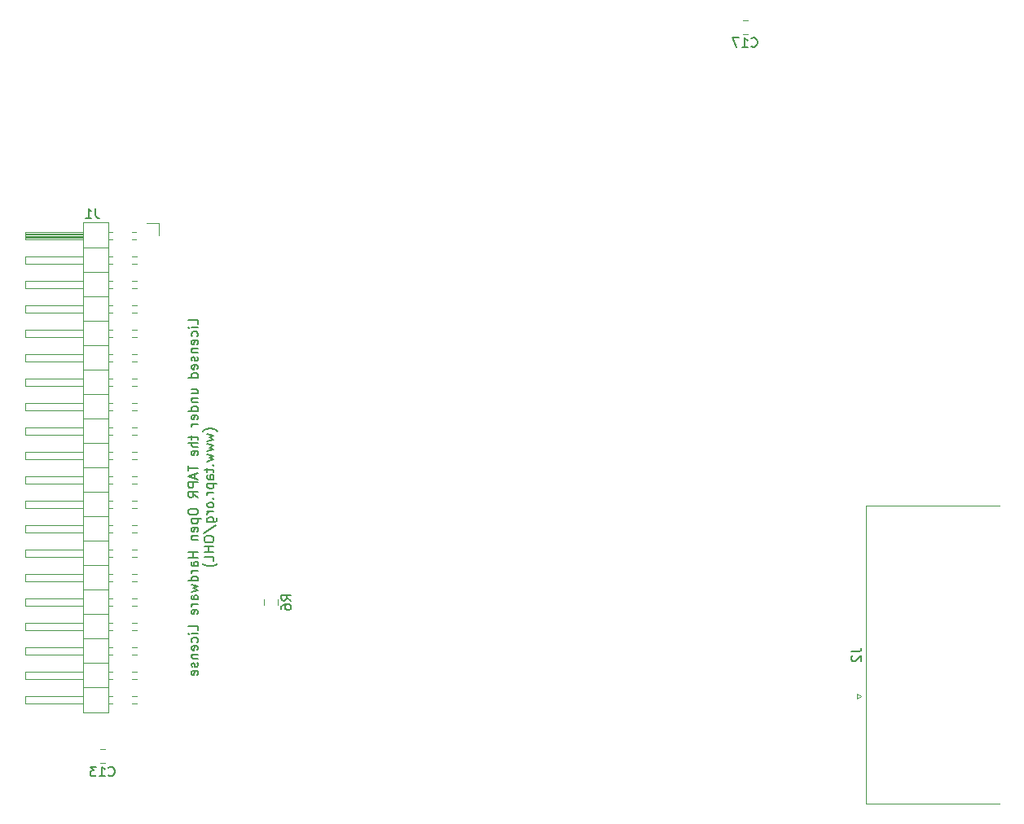
<source format=gbr>
%TF.GenerationSoftware,KiCad,Pcbnew,(5.1.6-0-10_14)*%
%TF.CreationDate,2020-12-19T15:47:54+01:00*%
%TF.ProjectId,vga,7667612e-6b69-4636-9164-5f7063625858,1*%
%TF.SameCoordinates,Original*%
%TF.FileFunction,Legend,Bot*%
%TF.FilePolarity,Positive*%
%FSLAX46Y46*%
G04 Gerber Fmt 4.6, Leading zero omitted, Abs format (unit mm)*
G04 Created by KiCad (PCBNEW (5.1.6-0-10_14)) date 2020-12-19 15:47:54*
%MOMM*%
%LPD*%
G01*
G04 APERTURE LIST*
%ADD10C,0.150000*%
%ADD11C,0.120000*%
G04 APERTURE END LIST*
D10*
X66327380Y-85123809D02*
X66327380Y-84647619D01*
X65327380Y-84647619D01*
X66327380Y-85457142D02*
X65660714Y-85457142D01*
X65327380Y-85457142D02*
X65375000Y-85409523D01*
X65422619Y-85457142D01*
X65375000Y-85504761D01*
X65327380Y-85457142D01*
X65422619Y-85457142D01*
X66279761Y-86361904D02*
X66327380Y-86266666D01*
X66327380Y-86076190D01*
X66279761Y-85980952D01*
X66232142Y-85933333D01*
X66136904Y-85885714D01*
X65851190Y-85885714D01*
X65755952Y-85933333D01*
X65708333Y-85980952D01*
X65660714Y-86076190D01*
X65660714Y-86266666D01*
X65708333Y-86361904D01*
X66279761Y-87171428D02*
X66327380Y-87076190D01*
X66327380Y-86885714D01*
X66279761Y-86790476D01*
X66184523Y-86742857D01*
X65803571Y-86742857D01*
X65708333Y-86790476D01*
X65660714Y-86885714D01*
X65660714Y-87076190D01*
X65708333Y-87171428D01*
X65803571Y-87219047D01*
X65898809Y-87219047D01*
X65994047Y-86742857D01*
X65660714Y-87647619D02*
X66327380Y-87647619D01*
X65755952Y-87647619D02*
X65708333Y-87695238D01*
X65660714Y-87790476D01*
X65660714Y-87933333D01*
X65708333Y-88028571D01*
X65803571Y-88076190D01*
X66327380Y-88076190D01*
X66279761Y-88504761D02*
X66327380Y-88600000D01*
X66327380Y-88790476D01*
X66279761Y-88885714D01*
X66184523Y-88933333D01*
X66136904Y-88933333D01*
X66041666Y-88885714D01*
X65994047Y-88790476D01*
X65994047Y-88647619D01*
X65946428Y-88552380D01*
X65851190Y-88504761D01*
X65803571Y-88504761D01*
X65708333Y-88552380D01*
X65660714Y-88647619D01*
X65660714Y-88790476D01*
X65708333Y-88885714D01*
X66279761Y-89742857D02*
X66327380Y-89647619D01*
X66327380Y-89457142D01*
X66279761Y-89361904D01*
X66184523Y-89314285D01*
X65803571Y-89314285D01*
X65708333Y-89361904D01*
X65660714Y-89457142D01*
X65660714Y-89647619D01*
X65708333Y-89742857D01*
X65803571Y-89790476D01*
X65898809Y-89790476D01*
X65994047Y-89314285D01*
X66327380Y-90647619D02*
X65327380Y-90647619D01*
X66279761Y-90647619D02*
X66327380Y-90552380D01*
X66327380Y-90361904D01*
X66279761Y-90266666D01*
X66232142Y-90219047D01*
X66136904Y-90171428D01*
X65851190Y-90171428D01*
X65755952Y-90219047D01*
X65708333Y-90266666D01*
X65660714Y-90361904D01*
X65660714Y-90552380D01*
X65708333Y-90647619D01*
X65660714Y-92314285D02*
X66327380Y-92314285D01*
X65660714Y-91885714D02*
X66184523Y-91885714D01*
X66279761Y-91933333D01*
X66327380Y-92028571D01*
X66327380Y-92171428D01*
X66279761Y-92266666D01*
X66232142Y-92314285D01*
X65660714Y-92790476D02*
X66327380Y-92790476D01*
X65755952Y-92790476D02*
X65708333Y-92838095D01*
X65660714Y-92933333D01*
X65660714Y-93076190D01*
X65708333Y-93171428D01*
X65803571Y-93219047D01*
X66327380Y-93219047D01*
X66327380Y-94123809D02*
X65327380Y-94123809D01*
X66279761Y-94123809D02*
X66327380Y-94028571D01*
X66327380Y-93838095D01*
X66279761Y-93742857D01*
X66232142Y-93695238D01*
X66136904Y-93647619D01*
X65851190Y-93647619D01*
X65755952Y-93695238D01*
X65708333Y-93742857D01*
X65660714Y-93838095D01*
X65660714Y-94028571D01*
X65708333Y-94123809D01*
X66279761Y-94980952D02*
X66327380Y-94885714D01*
X66327380Y-94695238D01*
X66279761Y-94600000D01*
X66184523Y-94552380D01*
X65803571Y-94552380D01*
X65708333Y-94600000D01*
X65660714Y-94695238D01*
X65660714Y-94885714D01*
X65708333Y-94980952D01*
X65803571Y-95028571D01*
X65898809Y-95028571D01*
X65994047Y-94552380D01*
X66327380Y-95457142D02*
X65660714Y-95457142D01*
X65851190Y-95457142D02*
X65755952Y-95504761D01*
X65708333Y-95552380D01*
X65660714Y-95647619D01*
X65660714Y-95742857D01*
X65660714Y-96695238D02*
X65660714Y-97076190D01*
X65327380Y-96838095D02*
X66184523Y-96838095D01*
X66279761Y-96885714D01*
X66327380Y-96980952D01*
X66327380Y-97076190D01*
X66327380Y-97409523D02*
X65327380Y-97409523D01*
X66327380Y-97838095D02*
X65803571Y-97838095D01*
X65708333Y-97790476D01*
X65660714Y-97695238D01*
X65660714Y-97552380D01*
X65708333Y-97457142D01*
X65755952Y-97409523D01*
X66279761Y-98695238D02*
X66327380Y-98600000D01*
X66327380Y-98409523D01*
X66279761Y-98314285D01*
X66184523Y-98266666D01*
X65803571Y-98266666D01*
X65708333Y-98314285D01*
X65660714Y-98409523D01*
X65660714Y-98600000D01*
X65708333Y-98695238D01*
X65803571Y-98742857D01*
X65898809Y-98742857D01*
X65994047Y-98266666D01*
X65327380Y-99790476D02*
X65327380Y-100361904D01*
X66327380Y-100076190D02*
X65327380Y-100076190D01*
X66041666Y-100647619D02*
X66041666Y-101123809D01*
X66327380Y-100552380D02*
X65327380Y-100885714D01*
X66327380Y-101219047D01*
X66327380Y-101552380D02*
X65327380Y-101552380D01*
X65327380Y-101933333D01*
X65375000Y-102028571D01*
X65422619Y-102076190D01*
X65517857Y-102123809D01*
X65660714Y-102123809D01*
X65755952Y-102076190D01*
X65803571Y-102028571D01*
X65851190Y-101933333D01*
X65851190Y-101552380D01*
X66327380Y-103123809D02*
X65851190Y-102790476D01*
X66327380Y-102552380D02*
X65327380Y-102552380D01*
X65327380Y-102933333D01*
X65375000Y-103028571D01*
X65422619Y-103076190D01*
X65517857Y-103123809D01*
X65660714Y-103123809D01*
X65755952Y-103076190D01*
X65803571Y-103028571D01*
X65851190Y-102933333D01*
X65851190Y-102552380D01*
X65327380Y-104504761D02*
X65327380Y-104695238D01*
X65375000Y-104790476D01*
X65470238Y-104885714D01*
X65660714Y-104933333D01*
X65994047Y-104933333D01*
X66184523Y-104885714D01*
X66279761Y-104790476D01*
X66327380Y-104695238D01*
X66327380Y-104504761D01*
X66279761Y-104409523D01*
X66184523Y-104314285D01*
X65994047Y-104266666D01*
X65660714Y-104266666D01*
X65470238Y-104314285D01*
X65375000Y-104409523D01*
X65327380Y-104504761D01*
X65660714Y-105361904D02*
X66660714Y-105361904D01*
X65708333Y-105361904D02*
X65660714Y-105457142D01*
X65660714Y-105647619D01*
X65708333Y-105742857D01*
X65755952Y-105790476D01*
X65851190Y-105838095D01*
X66136904Y-105838095D01*
X66232142Y-105790476D01*
X66279761Y-105742857D01*
X66327380Y-105647619D01*
X66327380Y-105457142D01*
X66279761Y-105361904D01*
X66279761Y-106647619D02*
X66327380Y-106552380D01*
X66327380Y-106361904D01*
X66279761Y-106266666D01*
X66184523Y-106219047D01*
X65803571Y-106219047D01*
X65708333Y-106266666D01*
X65660714Y-106361904D01*
X65660714Y-106552380D01*
X65708333Y-106647619D01*
X65803571Y-106695238D01*
X65898809Y-106695238D01*
X65994047Y-106219047D01*
X65660714Y-107123809D02*
X66327380Y-107123809D01*
X65755952Y-107123809D02*
X65708333Y-107171428D01*
X65660714Y-107266666D01*
X65660714Y-107409523D01*
X65708333Y-107504761D01*
X65803571Y-107552380D01*
X66327380Y-107552380D01*
X66327380Y-108790476D02*
X65327380Y-108790476D01*
X65803571Y-108790476D02*
X65803571Y-109361904D01*
X66327380Y-109361904D02*
X65327380Y-109361904D01*
X66327380Y-110266666D02*
X65803571Y-110266666D01*
X65708333Y-110219047D01*
X65660714Y-110123809D01*
X65660714Y-109933333D01*
X65708333Y-109838095D01*
X66279761Y-110266666D02*
X66327380Y-110171428D01*
X66327380Y-109933333D01*
X66279761Y-109838095D01*
X66184523Y-109790476D01*
X66089285Y-109790476D01*
X65994047Y-109838095D01*
X65946428Y-109933333D01*
X65946428Y-110171428D01*
X65898809Y-110266666D01*
X66327380Y-110742857D02*
X65660714Y-110742857D01*
X65851190Y-110742857D02*
X65755952Y-110790476D01*
X65708333Y-110838095D01*
X65660714Y-110933333D01*
X65660714Y-111028571D01*
X66327380Y-111790476D02*
X65327380Y-111790476D01*
X66279761Y-111790476D02*
X66327380Y-111695238D01*
X66327380Y-111504761D01*
X66279761Y-111409523D01*
X66232142Y-111361904D01*
X66136904Y-111314285D01*
X65851190Y-111314285D01*
X65755952Y-111361904D01*
X65708333Y-111409523D01*
X65660714Y-111504761D01*
X65660714Y-111695238D01*
X65708333Y-111790476D01*
X65660714Y-112171428D02*
X66327380Y-112361904D01*
X65851190Y-112552380D01*
X66327380Y-112742857D01*
X65660714Y-112933333D01*
X66327380Y-113742857D02*
X65803571Y-113742857D01*
X65708333Y-113695238D01*
X65660714Y-113600000D01*
X65660714Y-113409523D01*
X65708333Y-113314285D01*
X66279761Y-113742857D02*
X66327380Y-113647619D01*
X66327380Y-113409523D01*
X66279761Y-113314285D01*
X66184523Y-113266666D01*
X66089285Y-113266666D01*
X65994047Y-113314285D01*
X65946428Y-113409523D01*
X65946428Y-113647619D01*
X65898809Y-113742857D01*
X66327380Y-114219047D02*
X65660714Y-114219047D01*
X65851190Y-114219047D02*
X65755952Y-114266666D01*
X65708333Y-114314285D01*
X65660714Y-114409523D01*
X65660714Y-114504761D01*
X66279761Y-115219047D02*
X66327380Y-115123809D01*
X66327380Y-114933333D01*
X66279761Y-114838095D01*
X66184523Y-114790476D01*
X65803571Y-114790476D01*
X65708333Y-114838095D01*
X65660714Y-114933333D01*
X65660714Y-115123809D01*
X65708333Y-115219047D01*
X65803571Y-115266666D01*
X65898809Y-115266666D01*
X65994047Y-114790476D01*
X66327380Y-116933333D02*
X66327380Y-116457142D01*
X65327380Y-116457142D01*
X66327380Y-117266666D02*
X65660714Y-117266666D01*
X65327380Y-117266666D02*
X65375000Y-117219047D01*
X65422619Y-117266666D01*
X65375000Y-117314285D01*
X65327380Y-117266666D01*
X65422619Y-117266666D01*
X66279761Y-118171428D02*
X66327380Y-118076190D01*
X66327380Y-117885714D01*
X66279761Y-117790476D01*
X66232142Y-117742857D01*
X66136904Y-117695238D01*
X65851190Y-117695238D01*
X65755952Y-117742857D01*
X65708333Y-117790476D01*
X65660714Y-117885714D01*
X65660714Y-118076190D01*
X65708333Y-118171428D01*
X66279761Y-118980952D02*
X66327380Y-118885714D01*
X66327380Y-118695238D01*
X66279761Y-118600000D01*
X66184523Y-118552380D01*
X65803571Y-118552380D01*
X65708333Y-118600000D01*
X65660714Y-118695238D01*
X65660714Y-118885714D01*
X65708333Y-118980952D01*
X65803571Y-119028571D01*
X65898809Y-119028571D01*
X65994047Y-118552380D01*
X65660714Y-119457142D02*
X66327380Y-119457142D01*
X65755952Y-119457142D02*
X65708333Y-119504761D01*
X65660714Y-119600000D01*
X65660714Y-119742857D01*
X65708333Y-119838095D01*
X65803571Y-119885714D01*
X66327380Y-119885714D01*
X66279761Y-120314285D02*
X66327380Y-120409523D01*
X66327380Y-120600000D01*
X66279761Y-120695238D01*
X66184523Y-120742857D01*
X66136904Y-120742857D01*
X66041666Y-120695238D01*
X65994047Y-120600000D01*
X65994047Y-120457142D01*
X65946428Y-120361904D01*
X65851190Y-120314285D01*
X65803571Y-120314285D01*
X65708333Y-120361904D01*
X65660714Y-120457142D01*
X65660714Y-120600000D01*
X65708333Y-120695238D01*
X66279761Y-121552380D02*
X66327380Y-121457142D01*
X66327380Y-121266666D01*
X66279761Y-121171428D01*
X66184523Y-121123809D01*
X65803571Y-121123809D01*
X65708333Y-121171428D01*
X65660714Y-121266666D01*
X65660714Y-121457142D01*
X65708333Y-121552380D01*
X65803571Y-121600000D01*
X65898809Y-121600000D01*
X65994047Y-121123809D01*
X68358333Y-96219047D02*
X68310714Y-96171428D01*
X68167857Y-96076190D01*
X68072619Y-96028571D01*
X67929761Y-95980952D01*
X67691666Y-95933333D01*
X67501190Y-95933333D01*
X67263095Y-95980952D01*
X67120238Y-96028571D01*
X67025000Y-96076190D01*
X66882142Y-96171428D01*
X66834523Y-96219047D01*
X67310714Y-96504761D02*
X67977380Y-96695238D01*
X67501190Y-96885714D01*
X67977380Y-97076190D01*
X67310714Y-97266666D01*
X67310714Y-97552380D02*
X67977380Y-97742857D01*
X67501190Y-97933333D01*
X67977380Y-98123809D01*
X67310714Y-98314285D01*
X67310714Y-98600000D02*
X67977380Y-98790476D01*
X67501190Y-98980952D01*
X67977380Y-99171428D01*
X67310714Y-99361904D01*
X67882142Y-99742857D02*
X67929761Y-99790476D01*
X67977380Y-99742857D01*
X67929761Y-99695238D01*
X67882142Y-99742857D01*
X67977380Y-99742857D01*
X67310714Y-100076190D02*
X67310714Y-100457142D01*
X66977380Y-100219047D02*
X67834523Y-100219047D01*
X67929761Y-100266666D01*
X67977380Y-100361904D01*
X67977380Y-100457142D01*
X67977380Y-101219047D02*
X67453571Y-101219047D01*
X67358333Y-101171428D01*
X67310714Y-101076190D01*
X67310714Y-100885714D01*
X67358333Y-100790476D01*
X67929761Y-101219047D02*
X67977380Y-101123809D01*
X67977380Y-100885714D01*
X67929761Y-100790476D01*
X67834523Y-100742857D01*
X67739285Y-100742857D01*
X67644047Y-100790476D01*
X67596428Y-100885714D01*
X67596428Y-101123809D01*
X67548809Y-101219047D01*
X67310714Y-101695238D02*
X68310714Y-101695238D01*
X67358333Y-101695238D02*
X67310714Y-101790476D01*
X67310714Y-101980952D01*
X67358333Y-102076190D01*
X67405952Y-102123809D01*
X67501190Y-102171428D01*
X67786904Y-102171428D01*
X67882142Y-102123809D01*
X67929761Y-102076190D01*
X67977380Y-101980952D01*
X67977380Y-101790476D01*
X67929761Y-101695238D01*
X67977380Y-102600000D02*
X67310714Y-102600000D01*
X67501190Y-102600000D02*
X67405952Y-102647619D01*
X67358333Y-102695238D01*
X67310714Y-102790476D01*
X67310714Y-102885714D01*
X67882142Y-103219047D02*
X67929761Y-103266666D01*
X67977380Y-103219047D01*
X67929761Y-103171428D01*
X67882142Y-103219047D01*
X67977380Y-103219047D01*
X67977380Y-103838095D02*
X67929761Y-103742857D01*
X67882142Y-103695238D01*
X67786904Y-103647619D01*
X67501190Y-103647619D01*
X67405952Y-103695238D01*
X67358333Y-103742857D01*
X67310714Y-103838095D01*
X67310714Y-103980952D01*
X67358333Y-104076190D01*
X67405952Y-104123809D01*
X67501190Y-104171428D01*
X67786904Y-104171428D01*
X67882142Y-104123809D01*
X67929761Y-104076190D01*
X67977380Y-103980952D01*
X67977380Y-103838095D01*
X67977380Y-104600000D02*
X67310714Y-104600000D01*
X67501190Y-104600000D02*
X67405952Y-104647619D01*
X67358333Y-104695238D01*
X67310714Y-104790476D01*
X67310714Y-104885714D01*
X67310714Y-105647619D02*
X68120238Y-105647619D01*
X68215476Y-105600000D01*
X68263095Y-105552380D01*
X68310714Y-105457142D01*
X68310714Y-105314285D01*
X68263095Y-105219047D01*
X67929761Y-105647619D02*
X67977380Y-105552380D01*
X67977380Y-105361904D01*
X67929761Y-105266666D01*
X67882142Y-105219047D01*
X67786904Y-105171428D01*
X67501190Y-105171428D01*
X67405952Y-105219047D01*
X67358333Y-105266666D01*
X67310714Y-105361904D01*
X67310714Y-105552380D01*
X67358333Y-105647619D01*
X66929761Y-106838095D02*
X68215476Y-105980952D01*
X66977380Y-107361904D02*
X66977380Y-107552380D01*
X67025000Y-107647619D01*
X67120238Y-107742857D01*
X67310714Y-107790476D01*
X67644047Y-107790476D01*
X67834523Y-107742857D01*
X67929761Y-107647619D01*
X67977380Y-107552380D01*
X67977380Y-107361904D01*
X67929761Y-107266666D01*
X67834523Y-107171428D01*
X67644047Y-107123809D01*
X67310714Y-107123809D01*
X67120238Y-107171428D01*
X67025000Y-107266666D01*
X66977380Y-107361904D01*
X67977380Y-108219047D02*
X66977380Y-108219047D01*
X67453571Y-108219047D02*
X67453571Y-108790476D01*
X67977380Y-108790476D02*
X66977380Y-108790476D01*
X67977380Y-109742857D02*
X67977380Y-109266666D01*
X66977380Y-109266666D01*
X68358333Y-109980952D02*
X68310714Y-110028571D01*
X68167857Y-110123809D01*
X68072619Y-110171428D01*
X67929761Y-110219047D01*
X67691666Y-110266666D01*
X67501190Y-110266666D01*
X67263095Y-110219047D01*
X67120238Y-110171428D01*
X67025000Y-110123809D01*
X66882142Y-110028571D01*
X66834523Y-109980952D01*
D11*
%TO.C,R6*%
X73190000Y-114258578D02*
X73190000Y-113741422D01*
X74610000Y-114258578D02*
X74610000Y-113741422D01*
%TO.C,C13*%
X56141422Y-129290000D02*
X56658578Y-129290000D01*
X56141422Y-130710000D02*
X56658578Y-130710000D01*
%TO.C,C17*%
X122941422Y-54910000D02*
X123458578Y-54910000D01*
X122941422Y-53490000D02*
X123458578Y-53490000D01*
%TO.C,J1*%
X62270000Y-74600000D02*
X61000000Y-74600000D01*
X62270000Y-75870000D02*
X62270000Y-74600000D01*
X59957071Y-124510000D02*
X59502929Y-124510000D01*
X59957071Y-123750000D02*
X59502929Y-123750000D01*
X57417071Y-124510000D02*
X57020000Y-124510000D01*
X57417071Y-123750000D02*
X57020000Y-123750000D01*
X48360000Y-124510000D02*
X54360000Y-124510000D01*
X48360000Y-123750000D02*
X48360000Y-124510000D01*
X54360000Y-123750000D02*
X48360000Y-123750000D01*
X57020000Y-122860000D02*
X54360000Y-122860000D01*
X59957071Y-121970000D02*
X59502929Y-121970000D01*
X59957071Y-121210000D02*
X59502929Y-121210000D01*
X57417071Y-121970000D02*
X57020000Y-121970000D01*
X57417071Y-121210000D02*
X57020000Y-121210000D01*
X48360000Y-121970000D02*
X54360000Y-121970000D01*
X48360000Y-121210000D02*
X48360000Y-121970000D01*
X54360000Y-121210000D02*
X48360000Y-121210000D01*
X57020000Y-120320000D02*
X54360000Y-120320000D01*
X59957071Y-119430000D02*
X59502929Y-119430000D01*
X59957071Y-118670000D02*
X59502929Y-118670000D01*
X57417071Y-119430000D02*
X57020000Y-119430000D01*
X57417071Y-118670000D02*
X57020000Y-118670000D01*
X48360000Y-119430000D02*
X54360000Y-119430000D01*
X48360000Y-118670000D02*
X48360000Y-119430000D01*
X54360000Y-118670000D02*
X48360000Y-118670000D01*
X57020000Y-117780000D02*
X54360000Y-117780000D01*
X59957071Y-116890000D02*
X59502929Y-116890000D01*
X59957071Y-116130000D02*
X59502929Y-116130000D01*
X57417071Y-116890000D02*
X57020000Y-116890000D01*
X57417071Y-116130000D02*
X57020000Y-116130000D01*
X48360000Y-116890000D02*
X54360000Y-116890000D01*
X48360000Y-116130000D02*
X48360000Y-116890000D01*
X54360000Y-116130000D02*
X48360000Y-116130000D01*
X57020000Y-115240000D02*
X54360000Y-115240000D01*
X59957071Y-114350000D02*
X59502929Y-114350000D01*
X59957071Y-113590000D02*
X59502929Y-113590000D01*
X57417071Y-114350000D02*
X57020000Y-114350000D01*
X57417071Y-113590000D02*
X57020000Y-113590000D01*
X48360000Y-114350000D02*
X54360000Y-114350000D01*
X48360000Y-113590000D02*
X48360000Y-114350000D01*
X54360000Y-113590000D02*
X48360000Y-113590000D01*
X57020000Y-112700000D02*
X54360000Y-112700000D01*
X59957071Y-111810000D02*
X59502929Y-111810000D01*
X59957071Y-111050000D02*
X59502929Y-111050000D01*
X57417071Y-111810000D02*
X57020000Y-111810000D01*
X57417071Y-111050000D02*
X57020000Y-111050000D01*
X48360000Y-111810000D02*
X54360000Y-111810000D01*
X48360000Y-111050000D02*
X48360000Y-111810000D01*
X54360000Y-111050000D02*
X48360000Y-111050000D01*
X57020000Y-110160000D02*
X54360000Y-110160000D01*
X59957071Y-109270000D02*
X59502929Y-109270000D01*
X59957071Y-108510000D02*
X59502929Y-108510000D01*
X57417071Y-109270000D02*
X57020000Y-109270000D01*
X57417071Y-108510000D02*
X57020000Y-108510000D01*
X48360000Y-109270000D02*
X54360000Y-109270000D01*
X48360000Y-108510000D02*
X48360000Y-109270000D01*
X54360000Y-108510000D02*
X48360000Y-108510000D01*
X57020000Y-107620000D02*
X54360000Y-107620000D01*
X59957071Y-106730000D02*
X59502929Y-106730000D01*
X59957071Y-105970000D02*
X59502929Y-105970000D01*
X57417071Y-106730000D02*
X57020000Y-106730000D01*
X57417071Y-105970000D02*
X57020000Y-105970000D01*
X48360000Y-106730000D02*
X54360000Y-106730000D01*
X48360000Y-105970000D02*
X48360000Y-106730000D01*
X54360000Y-105970000D02*
X48360000Y-105970000D01*
X57020000Y-105080000D02*
X54360000Y-105080000D01*
X59957071Y-104190000D02*
X59502929Y-104190000D01*
X59957071Y-103430000D02*
X59502929Y-103430000D01*
X57417071Y-104190000D02*
X57020000Y-104190000D01*
X57417071Y-103430000D02*
X57020000Y-103430000D01*
X48360000Y-104190000D02*
X54360000Y-104190000D01*
X48360000Y-103430000D02*
X48360000Y-104190000D01*
X54360000Y-103430000D02*
X48360000Y-103430000D01*
X57020000Y-102540000D02*
X54360000Y-102540000D01*
X59957071Y-101650000D02*
X59502929Y-101650000D01*
X59957071Y-100890000D02*
X59502929Y-100890000D01*
X57417071Y-101650000D02*
X57020000Y-101650000D01*
X57417071Y-100890000D02*
X57020000Y-100890000D01*
X48360000Y-101650000D02*
X54360000Y-101650000D01*
X48360000Y-100890000D02*
X48360000Y-101650000D01*
X54360000Y-100890000D02*
X48360000Y-100890000D01*
X57020000Y-100000000D02*
X54360000Y-100000000D01*
X59957071Y-99110000D02*
X59502929Y-99110000D01*
X59957071Y-98350000D02*
X59502929Y-98350000D01*
X57417071Y-99110000D02*
X57020000Y-99110000D01*
X57417071Y-98350000D02*
X57020000Y-98350000D01*
X48360000Y-99110000D02*
X54360000Y-99110000D01*
X48360000Y-98350000D02*
X48360000Y-99110000D01*
X54360000Y-98350000D02*
X48360000Y-98350000D01*
X57020000Y-97460000D02*
X54360000Y-97460000D01*
X59957071Y-96570000D02*
X59502929Y-96570000D01*
X59957071Y-95810000D02*
X59502929Y-95810000D01*
X57417071Y-96570000D02*
X57020000Y-96570000D01*
X57417071Y-95810000D02*
X57020000Y-95810000D01*
X48360000Y-96570000D02*
X54360000Y-96570000D01*
X48360000Y-95810000D02*
X48360000Y-96570000D01*
X54360000Y-95810000D02*
X48360000Y-95810000D01*
X57020000Y-94920000D02*
X54360000Y-94920000D01*
X59957071Y-94030000D02*
X59502929Y-94030000D01*
X59957071Y-93270000D02*
X59502929Y-93270000D01*
X57417071Y-94030000D02*
X57020000Y-94030000D01*
X57417071Y-93270000D02*
X57020000Y-93270000D01*
X48360000Y-94030000D02*
X54360000Y-94030000D01*
X48360000Y-93270000D02*
X48360000Y-94030000D01*
X54360000Y-93270000D02*
X48360000Y-93270000D01*
X57020000Y-92380000D02*
X54360000Y-92380000D01*
X59957071Y-91490000D02*
X59502929Y-91490000D01*
X59957071Y-90730000D02*
X59502929Y-90730000D01*
X57417071Y-91490000D02*
X57020000Y-91490000D01*
X57417071Y-90730000D02*
X57020000Y-90730000D01*
X48360000Y-91490000D02*
X54360000Y-91490000D01*
X48360000Y-90730000D02*
X48360000Y-91490000D01*
X54360000Y-90730000D02*
X48360000Y-90730000D01*
X57020000Y-89840000D02*
X54360000Y-89840000D01*
X59957071Y-88950000D02*
X59502929Y-88950000D01*
X59957071Y-88190000D02*
X59502929Y-88190000D01*
X57417071Y-88950000D02*
X57020000Y-88950000D01*
X57417071Y-88190000D02*
X57020000Y-88190000D01*
X48360000Y-88950000D02*
X54360000Y-88950000D01*
X48360000Y-88190000D02*
X48360000Y-88950000D01*
X54360000Y-88190000D02*
X48360000Y-88190000D01*
X57020000Y-87300000D02*
X54360000Y-87300000D01*
X59957071Y-86410000D02*
X59502929Y-86410000D01*
X59957071Y-85650000D02*
X59502929Y-85650000D01*
X57417071Y-86410000D02*
X57020000Y-86410000D01*
X57417071Y-85650000D02*
X57020000Y-85650000D01*
X48360000Y-86410000D02*
X54360000Y-86410000D01*
X48360000Y-85650000D02*
X48360000Y-86410000D01*
X54360000Y-85650000D02*
X48360000Y-85650000D01*
X57020000Y-84760000D02*
X54360000Y-84760000D01*
X59957071Y-83870000D02*
X59502929Y-83870000D01*
X59957071Y-83110000D02*
X59502929Y-83110000D01*
X57417071Y-83870000D02*
X57020000Y-83870000D01*
X57417071Y-83110000D02*
X57020000Y-83110000D01*
X48360000Y-83870000D02*
X54360000Y-83870000D01*
X48360000Y-83110000D02*
X48360000Y-83870000D01*
X54360000Y-83110000D02*
X48360000Y-83110000D01*
X57020000Y-82220000D02*
X54360000Y-82220000D01*
X59957071Y-81330000D02*
X59502929Y-81330000D01*
X59957071Y-80570000D02*
X59502929Y-80570000D01*
X57417071Y-81330000D02*
X57020000Y-81330000D01*
X57417071Y-80570000D02*
X57020000Y-80570000D01*
X48360000Y-81330000D02*
X54360000Y-81330000D01*
X48360000Y-80570000D02*
X48360000Y-81330000D01*
X54360000Y-80570000D02*
X48360000Y-80570000D01*
X57020000Y-79680000D02*
X54360000Y-79680000D01*
X59957071Y-78790000D02*
X59502929Y-78790000D01*
X59957071Y-78030000D02*
X59502929Y-78030000D01*
X57417071Y-78790000D02*
X57020000Y-78790000D01*
X57417071Y-78030000D02*
X57020000Y-78030000D01*
X48360000Y-78790000D02*
X54360000Y-78790000D01*
X48360000Y-78030000D02*
X48360000Y-78790000D01*
X54360000Y-78030000D02*
X48360000Y-78030000D01*
X57020000Y-77140000D02*
X54360000Y-77140000D01*
X59890000Y-76250000D02*
X59502929Y-76250000D01*
X59890000Y-75490000D02*
X59502929Y-75490000D01*
X57417071Y-76250000D02*
X57020000Y-76250000D01*
X57417071Y-75490000D02*
X57020000Y-75490000D01*
X54360000Y-76150000D02*
X48360000Y-76150000D01*
X54360000Y-76030000D02*
X48360000Y-76030000D01*
X54360000Y-75910000D02*
X48360000Y-75910000D01*
X54360000Y-75790000D02*
X48360000Y-75790000D01*
X54360000Y-75670000D02*
X48360000Y-75670000D01*
X54360000Y-75550000D02*
X48360000Y-75550000D01*
X48360000Y-76250000D02*
X54360000Y-76250000D01*
X48360000Y-75490000D02*
X48360000Y-76250000D01*
X54360000Y-75490000D02*
X48360000Y-75490000D01*
X54360000Y-74540000D02*
X57020000Y-74540000D01*
X54360000Y-125460000D02*
X54360000Y-74540000D01*
X57020000Y-125460000D02*
X54360000Y-125460000D01*
X57020000Y-74540000D02*
X57020000Y-125460000D01*
%TO.C,J2*%
X135298675Y-123800000D02*
X134865662Y-123550000D01*
X134865662Y-124050000D02*
X135298675Y-123800000D01*
X134865662Y-123550000D02*
X134865662Y-124050000D01*
X135760000Y-134970000D02*
X149650000Y-134970000D01*
X135760000Y-104000000D02*
X135760000Y-134970000D01*
X149650000Y-104000000D02*
X135760000Y-104000000D01*
%TO.C,R6*%
D10*
X76002380Y-113833333D02*
X75526190Y-113500000D01*
X76002380Y-113261904D02*
X75002380Y-113261904D01*
X75002380Y-113642857D01*
X75050000Y-113738095D01*
X75097619Y-113785714D01*
X75192857Y-113833333D01*
X75335714Y-113833333D01*
X75430952Y-113785714D01*
X75478571Y-113738095D01*
X75526190Y-113642857D01*
X75526190Y-113261904D01*
X75002380Y-114690476D02*
X75002380Y-114500000D01*
X75050000Y-114404761D01*
X75097619Y-114357142D01*
X75240476Y-114261904D01*
X75430952Y-114214285D01*
X75811904Y-114214285D01*
X75907142Y-114261904D01*
X75954761Y-114309523D01*
X76002380Y-114404761D01*
X76002380Y-114595238D01*
X75954761Y-114690476D01*
X75907142Y-114738095D01*
X75811904Y-114785714D01*
X75573809Y-114785714D01*
X75478571Y-114738095D01*
X75430952Y-114690476D01*
X75383333Y-114595238D01*
X75383333Y-114404761D01*
X75430952Y-114309523D01*
X75478571Y-114261904D01*
X75573809Y-114214285D01*
%TO.C,C13*%
X57042857Y-132007142D02*
X57090476Y-132054761D01*
X57233333Y-132102380D01*
X57328571Y-132102380D01*
X57471428Y-132054761D01*
X57566666Y-131959523D01*
X57614285Y-131864285D01*
X57661904Y-131673809D01*
X57661904Y-131530952D01*
X57614285Y-131340476D01*
X57566666Y-131245238D01*
X57471428Y-131150000D01*
X57328571Y-131102380D01*
X57233333Y-131102380D01*
X57090476Y-131150000D01*
X57042857Y-131197619D01*
X56090476Y-132102380D02*
X56661904Y-132102380D01*
X56376190Y-132102380D02*
X56376190Y-131102380D01*
X56471428Y-131245238D01*
X56566666Y-131340476D01*
X56661904Y-131388095D01*
X55757142Y-131102380D02*
X55138095Y-131102380D01*
X55471428Y-131483333D01*
X55328571Y-131483333D01*
X55233333Y-131530952D01*
X55185714Y-131578571D01*
X55138095Y-131673809D01*
X55138095Y-131911904D01*
X55185714Y-132007142D01*
X55233333Y-132054761D01*
X55328571Y-132102380D01*
X55614285Y-132102380D01*
X55709523Y-132054761D01*
X55757142Y-132007142D01*
%TO.C,C17*%
X123842857Y-56207142D02*
X123890476Y-56254761D01*
X124033333Y-56302380D01*
X124128571Y-56302380D01*
X124271428Y-56254761D01*
X124366666Y-56159523D01*
X124414285Y-56064285D01*
X124461904Y-55873809D01*
X124461904Y-55730952D01*
X124414285Y-55540476D01*
X124366666Y-55445238D01*
X124271428Y-55350000D01*
X124128571Y-55302380D01*
X124033333Y-55302380D01*
X123890476Y-55350000D01*
X123842857Y-55397619D01*
X122890476Y-56302380D02*
X123461904Y-56302380D01*
X123176190Y-56302380D02*
X123176190Y-55302380D01*
X123271428Y-55445238D01*
X123366666Y-55540476D01*
X123461904Y-55588095D01*
X122557142Y-55302380D02*
X121890476Y-55302380D01*
X122319047Y-56302380D01*
%TO.C,J1*%
X55678333Y-73052380D02*
X55678333Y-73766666D01*
X55725952Y-73909523D01*
X55821190Y-74004761D01*
X55964047Y-74052380D01*
X56059285Y-74052380D01*
X54678333Y-74052380D02*
X55249761Y-74052380D01*
X54964047Y-74052380D02*
X54964047Y-73052380D01*
X55059285Y-73195238D01*
X55154523Y-73290476D01*
X55249761Y-73338095D01*
%TO.C,J2*%
X134272380Y-119151666D02*
X134986666Y-119151666D01*
X135129523Y-119104047D01*
X135224761Y-119008809D01*
X135272380Y-118865952D01*
X135272380Y-118770714D01*
X134367619Y-119580238D02*
X134320000Y-119627857D01*
X134272380Y-119723095D01*
X134272380Y-119961190D01*
X134320000Y-120056428D01*
X134367619Y-120104047D01*
X134462857Y-120151666D01*
X134558095Y-120151666D01*
X134700952Y-120104047D01*
X135272380Y-119532619D01*
X135272380Y-120151666D01*
%TD*%
M02*

</source>
